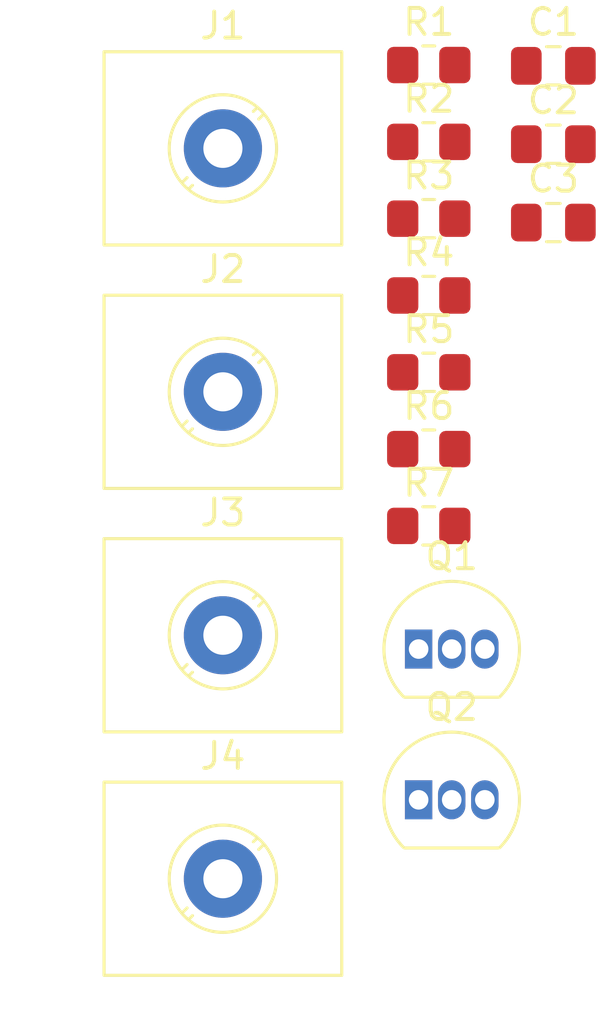
<source format=kicad_pcb>
(kicad_pcb (version 20221018) (generator pcbnew)
  (layers (0 "F.Cu" signal) (31 "B.Cu" signal) (34 "B.Paste" user) (35 "F.Paste" user) (36 "B.SilkS" user "B.Silkscreen") (37 "F.SilkS" user "F.Silkscreen") (38 "B.Mask" user) (39 "F.Mask" user) (44 "Edge.Cuts" user))
  (net 0 "")
  (net 1 "Net-(C1-Pad1)")
  (net 2 "Net-(Q1-B)")
  (net 3 "GND")
  (net 4 "Net-(Q1-E)")
  (net 5 "Net-(J4-Pin_1)")
  (net 6 "Net-(Q2-E)")
  (net 7 "+9V")
  (net 8 "Net-(J3-Pin_1)")
  (net 9 "Net-(Q1-C)")
  (footprint "Resistor_SMD:R_0805_2012Metric_Pad1.20x1.40mm_HandSolder" (layer "F.Cu") (at 142.63 99.19)
    (fp_text reference "R2" (at 0 -1.65) (layer "F.SilkS"))
    (fp_text value "68k")
    (fp_line (start -0.227064 -0.735) (end 0.227064 -0.735) (stroke (width 0.12)) (layer "F.SilkS"))
    (fp_line (start -0.227064 0.735) (end 0.227064 0.735) (stroke (width 0.12)) (layer "F.SilkS"))
    (pad "1" smd roundrect (at -1 0) (size 1.2 1.4) (layers "F.Cu" "F.Paste" "F.Mask") (roundrect_rratio 0.208333) (net 7 "+9V"))
    (pad "2" smd roundrect (at 1 0) (size 1.2 1.4) (layers "F.Cu" "F.Paste" "F.Mask") (roundrect_rratio 0.208333) (net 2 "Net-(Q1-B)"))
  )
  (footprint "Capacitor_SMD:C_0805_2012Metric_Pad1.18x1.45mm_HandSolder" (layer "F.Cu") (at 147.41 102.29)
    (fp_text reference "C3" (at 0 -1.68) (layer "F.SilkS"))
    (fp_text value "500u")
    (fp_line (start -0.261252 -0.735) (end 0.261252 -0.735) (stroke (width 0.12)) (layer "F.SilkS"))
    (fp_line (start -0.261252 0.735) (end 0.261252 0.735) (stroke (width 0.12)) (layer "F.SilkS"))
    (pad "1" smd roundrect (at -1.0375 0) (size 1.175 1.45) (layers "F.Cu" "F.Paste" "F.Mask") (roundrect_rratio 0.212766) (net 5 "Net-(J4-Pin_1)"))
    (pad "2" smd roundrect (at 1.0375 0) (size 1.175 1.45) (layers "F.Cu" "F.Paste" "F.Mask") (roundrect_rratio 0.212766) (net 6 "Net-(Q2-E)"))
  )
  (footprint "Resistor_SMD:R_0805_2012Metric_Pad1.20x1.40mm_HandSolder" (layer "F.Cu") (at 142.63 113.94)
    (fp_text reference "R7" (at 0 -1.65) (layer "F.SilkS"))
    (fp_text value "50")
    (fp_line (start -0.227064 -0.735) (end 0.227064 -0.735) (stroke (width 0.12)) (layer "F.SilkS"))
    (fp_line (start -0.227064 0.735) (end 0.227064 0.735) (stroke (width 0.12)) (layer "F.SilkS"))
    (pad "1" smd roundrect (at -1 0) (size 1.2 1.4) (layers "F.Cu" "F.Paste" "F.Mask") (roundrect_rratio 0.208333) (net 8 "Net-(J3-Pin_1)"))
    (pad "2" smd roundrect (at 1 0) (size 1.2 1.4) (layers "F.Cu" "F.Paste" "F.Mask") (roundrect_rratio 0.208333) (net 1 "Net-(C1-Pad1)"))
  )
  (footprint "Package_TO_SOT_THT:TO-92_Inline" (layer "F.Cu") (at 142.24 124.46)
    (fp_text reference "Q2" (at 1.27 -3.56) (layer "F.SilkS"))
    (fp_text value "2N3904")
    (fp_line (start -0.53 1.85) (end 3.07 1.85) (stroke (width 0.12)) (layer "F.SilkS"))
    (fp_arc (start -0.568478 1.838478) (mid -1.132087 -0.994977) (end 1.27 -2.6) (stroke (width 0.12)) (layer "F.SilkS"))
    (fp_arc (start 1.27 -2.6) (mid 3.672087 -0.994977) (end 3.108478 1.838478) (stroke (width 0.12)) (layer "F.SilkS"))
    (pad "1" thru_hole rect (at 0 0) (size 1.05 1.5) (drill 0.75) (layers "*.Cu" "*.Mask") (net 6 "Net-(Q2-E)"))
    (pad "2" thru_hole oval (at 1.27 0) (size 1.05 1.5) (drill 0.75) (layers "*.Cu" "*.Mask") (net 9 "Net-(Q1-C)"))
    (pad "3" thru_hole oval (at 2.54 0) (size 1.05 1.5) (drill 0.75) (layers "*.Cu" "*.Mask") (net 7 "+9V"))
  )
  (footprint "Resistor_SMD:R_0805_2012Metric_Pad1.20x1.40mm_HandSolder" (layer "F.Cu") (at 142.63 105.09)
    (fp_text reference "R4" (at 0 -1.65) (layer "F.SilkS"))
    (fp_text value "1.2k")
    (fp_line (start -0.227064 -0.735) (end 0.227064 -0.735) (stroke (width 0.12)) (layer "F.SilkS"))
    (fp_line (start -0.227064 0.735) (end 0.227064 0.735) (stroke (width 0.12)) (layer "F.SilkS"))
    (pad "1" smd roundrect (at -1 0) (size 1.2 1.4) (layers "F.Cu" "F.Paste" "F.Mask") (roundrect_rratio 0.208333) (net 7 "+9V"))
    (pad "2" smd roundrect (at 1 0) (size 1.2 1.4) (layers "F.Cu" "F.Paste" "F.Mask") (roundrect_rratio 0.208333) (net 9 "Net-(Q1-C)"))
  )
  (footprint "Capacitor_SMD:C_0805_2012Metric_Pad1.18x1.45mm_HandSolder" (layer "F.Cu") (at 147.41 96.27)
    (fp_text reference "C1" (at 0 -1.68) (layer "F.SilkS"))
    (fp_text value "8.5u")
    (fp_line (start -0.261252 -0.735) (end 0.261252 -0.735) (stroke (width 0.12)) (layer "F.SilkS"))
    (fp_line (start -0.261252 0.735) (end 0.261252 0.735) (stroke (width 0.12)) (layer "F.SilkS"))
    (pad "1" smd roundrect (at -1.0375 0) (size 1.175 1.45) (layers "F.Cu" "F.Paste" "F.Mask") (roundrect_rratio 0.212766) (net 1 "Net-(C1-Pad1)"))
    (pad "2" smd roundrect (at 1.0375 0) (size 1.175 1.45) (layers "F.Cu" "F.Paste" "F.Mask") (roundrect_rratio 0.212766) (net 2 "Net-(Q1-B)"))
  )
  (footprint "Resistor_SMD:R_0805_2012Metric_Pad1.20x1.40mm_HandSolder" (layer "F.Cu") (at 142.63 102.14)
    (fp_text reference "R3" (at 0 -1.65) (layer "F.SilkS"))
    (fp_text value "130")
    (fp_line (start -0.227064 -0.735) (end 0.227064 -0.735) (stroke (width 0.12)) (layer "F.SilkS"))
    (fp_line (start -0.227064 0.735) (end 0.227064 0.735) (stroke (width 0.12)) (layer "F.SilkS"))
    (pad "1" smd roundrect (at -1 0) (size 1.2 1.4) (layers "F.Cu" "F.Paste" "F.Mask") (roundrect_rratio 0.208333) (net 4 "Net-(Q1-E)"))
    (pad "2" smd roundrect (at 1 0) (size 1.2 1.4) (layers "F.Cu" "F.Paste" "F.Mask") (roundrect_rratio 0.208333) (net 3 "GND"))
  )
  (footprint "TerminalBlock_MetzConnect:TerminalBlock_MetzConnect_360271_1x01_Horizontal_ScrewM3.0_Boxed" (layer "F.Cu") (at 134.73 108.79)
    (fp_text reference "J2" (at 0 -4.71) (layer "F.SilkS"))
    (fp_text value "Screw_Terminal_01x01")
    (fp_line (start -4.56 -3.71) (end -4.56 3.71) (stroke (width 0.12)) (layer "F.SilkS"))
    (fp_line (start -4.56 -3.71) (end 4.56 -3.71) (stroke (width 0.12)) (layer "F.SilkS"))
    (fp_line (start -4.56 3.71) (end 4.56 3.71) (stroke (width 0.12)) (layer "F.SilkS"))
    (fp_line (start -1.376 1.124) (end -1.563 1.311) (stroke (width 0.12)) (layer "F.SilkS"))
    (fp_line (start -1.168 1.419) (end -1.312 1.563) (stroke (width 0.12)) (layer "F.SilkS"))
    (fp_line (start 1.312 -1.563) (end 1.168 -1.419) (stroke (width 0.12)) (layer "F.SilkS"))
    (fp_line (start 1.563 -1.311) (end 1.376 -1.125) (stroke (width 0.12)) (layer "F.SilkS"))
    (fp_line (start 4.56 -3.71) (end 4.56 3.71) (stroke (width 0.12)) (layer "F.SilkS"))
    (fp_circle (center 0 0) (end 2.06 0) (stroke (width 0.12)) (fill none) (layer "F.SilkS"))
    (pad "1" thru_hole circle (at 0 0) (size 3 3) (drill 1.5) (layers "*.Cu" "*.Mask") (net 3 "GND"))
  )
  (footprint "Resistor_SMD:R_0805_2012Metric_Pad1.20x1.40mm_HandSolder" (layer "F.Cu") (at 142.63 110.99)
    (fp_text reference "R6" (at 0 -1.65) (layer "F.SilkS"))
    (fp_text value "10")
    (fp_line (start -0.227064 -0.735) (end 0.227064 -0.735) (stroke (width 0.12)) (layer "F.SilkS"))
    (fp_line (start -0.227064 0.735) (end 0.227064 0.735) (stroke (width 0.12)) (layer "F.SilkS"))
    (pad "1" smd roundrect (at -1 0) (size 1.2 1.4) (layers "F.Cu" "F.Paste" "F.Mask") (roundrect_rratio 0.208333) (net 5 "Net-(J4-Pin_1)"))
    (pad "2" smd roundrect (at 1 0) (size 1.2 1.4) (layers "F.Cu" "F.Paste" "F.Mask") (roundrect_rratio 0.208333) (net 3 "GND"))
  )
  (footprint "Resistor_SMD:R_0805_2012Metric_Pad1.20x1.40mm_HandSolder" (layer "F.Cu") (at 142.63 108.04)
    (fp_text reference "R5" (at 0 -1.65) (layer "F.SilkS"))
    (fp_text value "50")
    (fp_line (start -0.227064 -0.735) (end 0.227064 -0.735) (stroke (width 0.12)) (layer "F.SilkS"))
    (fp_line (start -0.227064 0.735) (end 0.227064 0.735) (stroke (width 0.12)) (layer "F.SilkS"))
    (pad "1" smd roundrect (at -1 0) (size 1.2 1.4) (layers "F.Cu" "F.Paste" "F.Mask") (roundrect_rratio 0.208333) (net 6 "Net-(Q2-E)"))
    (pad "2" smd roundrect (at 1 0) (size 1.2 1.4) (layers "F.Cu" "F.Paste" "F.Mask") (roundrect_rratio 0.208333) (net 3 "GND"))
  )
  (footprint "Capacitor_SMD:C_0805_2012Metric_Pad1.18x1.45mm_HandSolder" (layer "F.Cu") (at 147.41 99.28)
    (fp_text reference "C2" (at 0 -1.68) (layer "F.SilkS"))
    (fp_text value "500u")
    (fp_line (start -0.261252 -0.735) (end 0.261252 -0.735) (stroke (width 0.12)) (layer "F.SilkS"))
    (fp_line (start -0.261252 0.735) (end 0.261252 0.735) (stroke (width 0.12)) (layer "F.SilkS"))
    (pad "1" smd roundrect (at -1.0375 0) (size 1.175 1.45) (layers "F.Cu" "F.Paste" "F.Mask") (roundrect_rratio 0.212766) (net 3 "GND"))
    (pad "2" smd roundrect (at 1.0375 0) (size 1.175 1.45) (layers "F.Cu" "F.Paste" "F.Mask") (roundrect_rratio 0.212766) (net 4 "Net-(Q1-E)"))
  )
  (footprint "Resistor_SMD:R_0805_2012Metric_Pad1.20x1.40mm_HandSolder" (layer "F.Cu") (at 142.63 96.24)
    (fp_text reference "R1" (at 0 -1.65) (layer "F.SilkS"))
    (fp_text value "9k")
    (fp_line (start -0.227064 -0.735) (end 0.227064 -0.735) (stroke (width 0.12)) (layer "F.SilkS"))
    (fp_line (start -0.227064 0.735) (end 0.227064 0.735) (stroke (width 0.12)) (layer "F.SilkS"))
    (pad "1" smd roundrect (at -1 0) (size 1.2 1.4) (layers "F.Cu" "F.Paste" "F.Mask") (roundrect_rratio 0.208333) (net 2 "Net-(Q1-B)"))
    (pad "2" smd roundrect (at 1 0) (size 1.2 1.4) (layers "F.Cu" "F.Paste" "F.Mask") (roundrect_rratio 0.208333) (net 3 "GND"))
  )
  (footprint "TerminalBlock_MetzConnect:TerminalBlock_MetzConnect_360271_1x01_Horizontal_ScrewM3.0_Boxed" (layer "F.Cu") (at 134.73 118.14)
    (fp_text reference "J3" (at 0 -4.71) (layer "F.SilkS"))
    (fp_text value "Vin")
    (fp_line (start -4.56 -3.71) (end -4.56 3.71) (stroke (width 0.12)) (layer "F.SilkS"))
    (fp_line (start -4.56 -3.71) (end 4.56 -3.71) (stroke (width 0.12)) (layer "F.SilkS"))
    (fp_line (start -4.56 3.71) (end 4.56 3.71) (stroke (width 0.12)) (layer "F.SilkS"))
    (fp_line (start -1.376 1.124) (end -1.563 1.311) (stroke (width 0.12)) (layer "F.SilkS"))
    (fp_line (start -1.168 1.419) (end -1.312 1.563) (stroke (width 0.12)) (layer "F.SilkS"))
    (fp_line (start 1.312 -1.563) (end 1.168 -1.419) (stroke (width 0.12)) (layer "F.SilkS"))
    (fp_line (start 1.563 -1.311) (end 1.376 -1.125) (stroke (width 0.12)) (layer "F.SilkS"))
    (fp_line (start 4.56 -3.71) (end 4.56 3.71) (stroke (width 0.12)) (layer "F.SilkS"))
    (fp_circle (center 0 0) (end 2.06 0) (stroke (width 0.12)) (fill none) (layer "F.SilkS"))
    (pad "1" thru_hole circle (at 0 0) (size 3 3) (drill 1.5) (layers "*.Cu" "*.Mask") (net 8 "Net-(J3-Pin_1)"))
  )
  (footprint "TerminalBlock_MetzConnect:TerminalBlock_MetzConnect_360271_1x01_Horizontal_ScrewM3.0_Boxed" (layer "F.Cu") (at 134.73 127.49)
    (fp_text reference "J4" (at 0 -4.71) (layer "F.SilkS"))
    (fp_text value "Vout")
    (fp_line (start -4.56 -3.71) (end -4.56 3.71) (stroke (width 0.12)) (layer "F.SilkS"))
    (fp_line (start -4.56 -3.71) (end 4.56 -3.71) (stroke (width 0.12)) (layer "F.SilkS"))
    (fp_line (start -4.56 3.71) (end 4.56 3.71) (stroke (width 0.12)) (layer "F.SilkS"))
    (fp_line (start -1.376 1.124) (end -1.563 1.311) (stroke (width 0.12)) (layer "F.SilkS"))
    (fp_line (start -1.168 1.419) (end -1.312 1.563) (stroke (width 0.12)) (layer "F.SilkS"))
    (fp_line (start 1.312 -1.563) (end 1.168 -1.419) (stroke (width 0.12)) (layer "F.SilkS"))
    (fp_line (start 1.563 -1.311) (end 1.376 -1.125) (stroke (width 0.12)) (layer "F.SilkS"))
    (fp_line (start 4.56 -3.71) (end 4.56 3.71) (stroke (width 0.12)) (layer "F.SilkS"))
    (fp_circle (center 0 0) (end 2.06 0) (stroke (width 0.12)) (fill none) (layer "F.SilkS"))
    (pad "1" thru_hole circle (at 0 0) (size 3 3) (drill 1.5) (layers "*.Cu" "*.Mask") (net 5 "Net-(J4-Pin_1)"))
  )
  (footprint "Package_TO_SOT_THT:TO-92_Inline" (layer "F.Cu") (at 142.24 118.67)
    (fp_text reference "Q1" (at 1.27 -3.56) (layer "F.SilkS"))
    (fp_text value "2N3904")
    (fp_line (start -0.53 1.85) (end 3.07 1.85) (stroke (width 0.12)) (layer "F.SilkS"))
    (fp_arc (start -0.568478 1.838478) (mid -1.132087 -0.994977) (end 1.27 -2.6) (stroke (width 0.12)) (layer "F.SilkS"))
    (fp_arc (start 1.27 -2.6) (mid 3.672087 -0.994977) (end 3.108478 1.838478) (stroke (width 0.12)) (layer "F.SilkS"))
    (pad "1" thru_hole rect (at 0 0) (size 1.05 1.5) (drill 0.75) (layers "*.Cu" "*.Mask") (net 4 "Net-(Q1-E)"))
    (pad "2" thru_hole oval (at 1.27 0) (size 1.05 1.5) (drill 0.75) (layers "*.Cu" "*.Mask") (net 2 "Net-(Q1-B)"))
    (pad "3" thru_hole oval (at 2.54 0) (size 1.05 1.5) (drill 0.75) (layers "*.Cu" "*.Mask") (net 9 "Net-(Q1-C)"))
  )
  (footprint "TerminalBlock_MetzConnect:TerminalBlock_MetzConnect_360271_1x01_Horizontal_ScrewM3.0_Boxed" (layer "F.Cu") (at 134.73 99.44)
    (fp_text reference "J1" (at 0 -4.71) (layer "F.SilkS"))
    (fp_text value "Screw_Terminal_01x01")
    (fp_line (start -4.56 -3.71) (end -4.56 3.71) (stroke (width 0.12)) (layer "F.SilkS"))
    (fp_line (start -4.56 -3.71) (end 4.56 -3.71) (stroke (width 0.12)) (layer "F.SilkS"))
    (fp_line (start -4.56 3.71) (end 4.56 3.71) (stroke (width 0.12)) (layer "F.SilkS"))
    (fp_line (start -1.376 1.124) (end -1.563 1.311) (stroke (width 0.12)) (layer "F.SilkS"))
    (fp_line (start -1.168 1.419) (end -1.312 1.563) (stroke (width 0.12)) (layer "F.SilkS"))
    (fp_line (start 1.312 -1.563) (end 1.168 -1.419) (stroke (width 0.12)) (layer "F.SilkS"))
    (fp_line (start 1.563 -1.311) (end 1.376 -1.125) (stroke (width 0.12)) (layer "F.SilkS"))
    (fp_line (start 4.56 -3.71) (end 4.56 3.71) (stroke (width 0.12)) (layer "F.SilkS"))
    (fp_circle (center 0 0) (end 2.06 0) (stroke (width 0.12)) (fill none) (layer "F.SilkS"))
    (pad "1" thru_hole circle (at 0 0) (size 3 3) (drill 1.5) (layers "*.Cu" "*.Mask") (net 7 "+9V"))
  )
)
</source>
